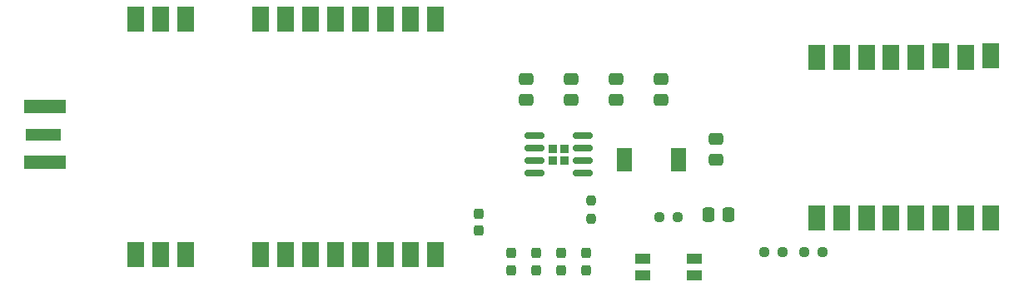
<source format=gbr>
%TF.GenerationSoftware,KiCad,Pcbnew,6.0.11+dfsg-1*%
%TF.CreationDate,2025-12-30T10:17:33+02:00*%
%TF.ProjectId,esp32_loraprs_c3,65737033-325f-46c6-9f72-617072735f63,rev?*%
%TF.SameCoordinates,Original*%
%TF.FileFunction,Paste,Top*%
%TF.FilePolarity,Positive*%
%FSLAX46Y46*%
G04 Gerber Fmt 4.6, Leading zero omitted, Abs format (unit mm)*
G04 Created by KiCad (PCBNEW 6.0.11+dfsg-1) date 2025-12-30 10:17:33*
%MOMM*%
%LPD*%
G01*
G04 APERTURE LIST*
G04 Aperture macros list*
%AMRoundRect*
0 Rectangle with rounded corners*
0 $1 Rounding radius*
0 $2 $3 $4 $5 $6 $7 $8 $9 X,Y pos of 4 corners*
0 Add a 4 corners polygon primitive as box body*
4,1,4,$2,$3,$4,$5,$6,$7,$8,$9,$2,$3,0*
0 Add four circle primitives for the rounded corners*
1,1,$1+$1,$2,$3*
1,1,$1+$1,$4,$5*
1,1,$1+$1,$6,$7*
1,1,$1+$1,$8,$9*
0 Add four rect primitives between the rounded corners*
20,1,$1+$1,$2,$3,$4,$5,0*
20,1,$1+$1,$4,$5,$6,$7,0*
20,1,$1+$1,$6,$7,$8,$9,0*
20,1,$1+$1,$8,$9,$2,$3,0*%
G04 Aperture macros list end*
%ADD10RoundRect,0.250000X0.475000X-0.337500X0.475000X0.337500X-0.475000X0.337500X-0.475000X-0.337500X0*%
%ADD11RoundRect,0.237500X-0.237500X0.287500X-0.237500X-0.287500X0.237500X-0.287500X0.237500X0.287500X0*%
%ADD12RoundRect,0.237500X-0.237500X0.300000X-0.237500X-0.300000X0.237500X-0.300000X0.237500X0.300000X0*%
%ADD13RoundRect,0.237500X-0.237500X0.250000X-0.237500X-0.250000X0.237500X-0.250000X0.237500X0.250000X0*%
%ADD14RoundRect,0.250000X-0.337500X-0.475000X0.337500X-0.475000X0.337500X0.475000X-0.337500X0.475000X0*%
%ADD15RoundRect,0.237500X-0.250000X-0.237500X0.250000X-0.237500X0.250000X0.237500X-0.250000X0.237500X0*%
%ADD16R,3.600000X1.270000*%
%ADD17R,4.200000X1.350000*%
%ADD18RoundRect,0.237500X0.250000X0.237500X-0.250000X0.237500X-0.250000X-0.237500X0.250000X-0.237500X0*%
%ADD19RoundRect,0.237500X0.237500X-0.287500X0.237500X0.287500X-0.237500X0.287500X-0.237500X-0.287500X0*%
%ADD20R,1.700000X2.500000*%
%ADD21RoundRect,0.232500X-0.232500X-0.232500X0.232500X-0.232500X0.232500X0.232500X-0.232500X0.232500X0*%
%ADD22RoundRect,0.150000X-0.825000X-0.150000X0.825000X-0.150000X0.825000X0.150000X-0.825000X0.150000X0*%
%ADD23R,1.550000X1.000000*%
%ADD24R,1.500000X2.400000*%
G04 APERTURE END LIST*
D10*
%TO.C,C5*%
X124968000Y-66315500D03*
X124968000Y-64240500D03*
%TD*%
D11*
%TO.C,D2*%
X116840000Y-81929000D03*
X116840000Y-83679000D03*
%TD*%
D12*
%TO.C,C2*%
X110998000Y-77877500D03*
X110998000Y-79602500D03*
%TD*%
D13*
%TO.C,R4*%
X122428000Y-76557500D03*
X122428000Y-78382500D03*
%TD*%
D14*
%TO.C,C7*%
X134323000Y-77978000D03*
X136398000Y-77978000D03*
%TD*%
D15*
%TO.C,R1*%
X140057500Y-81788000D03*
X141882500Y-81788000D03*
%TD*%
D16*
%TO.C,J1*%
X66692500Y-69850000D03*
D17*
X66892500Y-67025000D03*
X66892500Y-72675000D03*
%TD*%
D18*
%TO.C,R5*%
X131214500Y-78232000D03*
X129389500Y-78232000D03*
%TD*%
D19*
%TO.C,D1*%
X114300000Y-83679000D03*
X114300000Y-81929000D03*
%TD*%
D10*
%TO.C,C3*%
X115824000Y-66315500D03*
X115824000Y-64240500D03*
%TD*%
%TO.C,C9*%
X135128000Y-72411500D03*
X135128000Y-70336500D03*
%TD*%
D20*
%TO.C,U1*%
X145359500Y-78359000D03*
X147899500Y-78359000D03*
X150439500Y-78359000D03*
X152939500Y-78359000D03*
X155479500Y-78359000D03*
X158019500Y-78359000D03*
X160559500Y-78359000D03*
X163099500Y-78359000D03*
X163099500Y-61849000D03*
X160559500Y-61979000D03*
X158019500Y-61849000D03*
X155479500Y-61979000D03*
X152939500Y-61979000D03*
X150439500Y-61979000D03*
X147899500Y-61979000D03*
X145359500Y-61979000D03*
%TD*%
%TO.C,U2*%
X76126000Y-82104000D03*
X78666000Y-82104000D03*
X81206000Y-82104000D03*
X88806000Y-82104000D03*
X91346000Y-82104000D03*
X93886000Y-82104000D03*
X96426000Y-82104000D03*
X98966000Y-82104000D03*
X101506000Y-82104000D03*
X104046000Y-82104000D03*
X106586000Y-82104000D03*
X106586000Y-58104000D03*
X104046000Y-58104000D03*
X101506000Y-58104000D03*
X98966000Y-58104000D03*
X96426000Y-58104000D03*
X93886000Y-58104000D03*
X91346000Y-58104000D03*
X88806000Y-58104000D03*
X81206000Y-58104000D03*
X78666000Y-58104000D03*
X76126000Y-58104000D03*
%TD*%
D11*
%TO.C,D4*%
X121920000Y-81929000D03*
X121920000Y-83679000D03*
%TD*%
D21*
%TO.C,U3*%
X118551000Y-71307000D03*
X119701000Y-71307000D03*
X119701000Y-72457000D03*
X118551000Y-72457000D03*
D22*
X116651000Y-69977000D03*
X116651000Y-71247000D03*
X116651000Y-72517000D03*
X116651000Y-73787000D03*
X121601000Y-73787000D03*
X121601000Y-72517000D03*
X121601000Y-71247000D03*
X121601000Y-69977000D03*
%TD*%
D23*
%TO.C,SW1*%
X127677000Y-84170000D03*
X132927000Y-84170000D03*
X132927000Y-82470000D03*
X127677000Y-82470000D03*
%TD*%
D19*
%TO.C,D3*%
X119380000Y-83679000D03*
X119380000Y-81929000D03*
%TD*%
D10*
%TO.C,C6*%
X120396000Y-66315500D03*
X120396000Y-64240500D03*
%TD*%
D24*
%TO.C,L1*%
X125774000Y-72390000D03*
X131274000Y-72390000D03*
%TD*%
D15*
%TO.C,R2*%
X144121500Y-81788000D03*
X145946500Y-81788000D03*
%TD*%
D10*
%TO.C,C8*%
X129540000Y-66315500D03*
X129540000Y-64240500D03*
%TD*%
M02*

</source>
